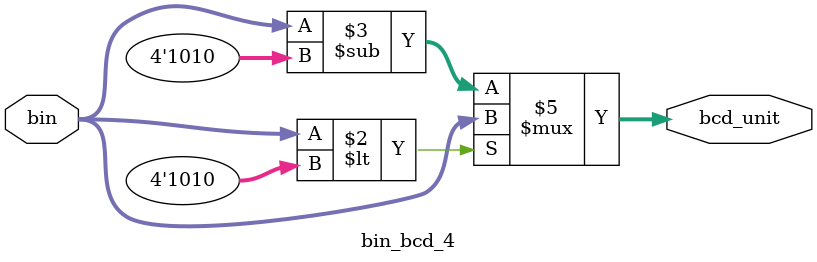
<source format=v>
`timescale 1ns / 1ps

module bin_bcd_4(
    input [3:0] bin,    
	 output reg[3:0] bcd_unit
    );
	 
	 reg[3:0] bcd_tens;
	 
	 always @ (bin)begin
	  if (bin<4'b1010)begin
	   bcd_tens<=0;
		bcd_unit<=bin;
		end
	  else begin 
	   bcd_tens<=4'b0001;
		bcd_unit<=bin-4'b1010;
      end	
     end	  
endmodule


</source>
